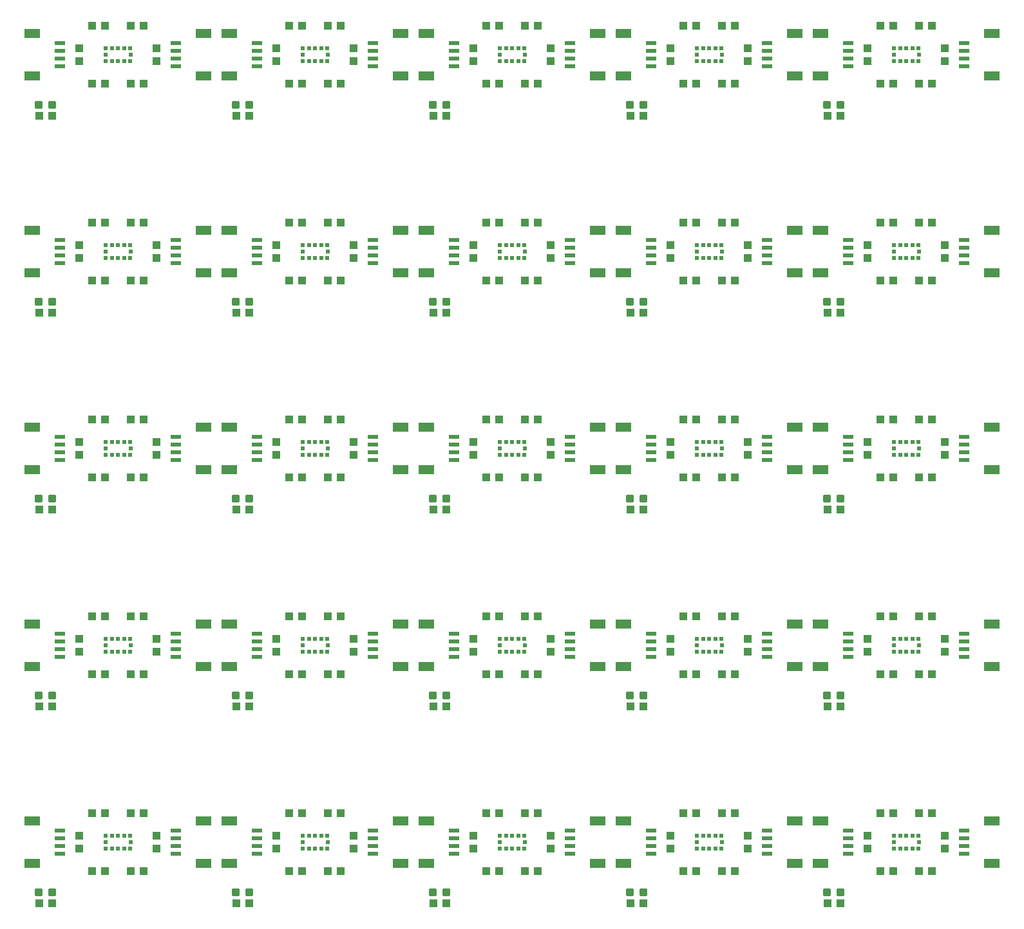
<source format=gtp>
G75*
%MOIN*%
%OFA0B0*%
%FSLAX25Y25*%
%IPPOS*%
%LPD*%
%AMOC8*
5,1,8,0,0,1.08239X$1,22.5*
%
%ADD10R,0.04331X0.03937*%
%ADD11R,0.07874X0.04724*%
%ADD12R,0.05315X0.02362*%
%ADD13R,0.03937X0.04331*%
%ADD14R,0.01969X0.02362*%
%ADD15R,0.02362X0.01969*%
%ADD16C,0.01181*%
D10*
X0042495Y0047250D03*
X0049188Y0047250D03*
X0069995Y0063750D03*
X0076688Y0063750D03*
X0089995Y0063750D03*
X0096688Y0063750D03*
X0096688Y0093750D03*
X0089995Y0093750D03*
X0076688Y0093750D03*
X0069995Y0093750D03*
X0049188Y0149250D03*
X0042495Y0149250D03*
X0069995Y0165750D03*
X0076688Y0165750D03*
X0089995Y0165750D03*
X0096688Y0165750D03*
X0096688Y0195750D03*
X0089995Y0195750D03*
X0076688Y0195750D03*
X0069995Y0195750D03*
X0049188Y0251250D03*
X0042495Y0251250D03*
X0069995Y0267750D03*
X0076688Y0267750D03*
X0089995Y0267750D03*
X0096688Y0267750D03*
X0096688Y0297750D03*
X0089995Y0297750D03*
X0076688Y0297750D03*
X0069995Y0297750D03*
X0049188Y0353250D03*
X0042495Y0353250D03*
X0069995Y0369750D03*
X0076688Y0369750D03*
X0089995Y0369750D03*
X0096688Y0369750D03*
X0096688Y0399750D03*
X0089995Y0399750D03*
X0076688Y0399750D03*
X0069995Y0399750D03*
X0049188Y0455250D03*
X0042495Y0455250D03*
X0069995Y0471750D03*
X0076688Y0471750D03*
X0089995Y0471750D03*
X0096688Y0471750D03*
X0096688Y0501750D03*
X0089995Y0501750D03*
X0076688Y0501750D03*
X0069995Y0501750D03*
X0144495Y0455250D03*
X0151188Y0455250D03*
X0171995Y0471750D03*
X0178688Y0471750D03*
X0191995Y0471750D03*
X0198688Y0471750D03*
X0198688Y0501750D03*
X0191995Y0501750D03*
X0178688Y0501750D03*
X0171995Y0501750D03*
X0246495Y0455250D03*
X0253188Y0455250D03*
X0273995Y0471750D03*
X0280688Y0471750D03*
X0293995Y0471750D03*
X0300688Y0471750D03*
X0300688Y0501750D03*
X0293995Y0501750D03*
X0280688Y0501750D03*
X0273995Y0501750D03*
X0348495Y0455250D03*
X0355188Y0455250D03*
X0375995Y0471750D03*
X0382688Y0471750D03*
X0395995Y0471750D03*
X0402688Y0471750D03*
X0402688Y0501750D03*
X0395995Y0501750D03*
X0382688Y0501750D03*
X0375995Y0501750D03*
X0450495Y0455250D03*
X0457188Y0455250D03*
X0477995Y0471750D03*
X0484688Y0471750D03*
X0497995Y0471750D03*
X0504688Y0471750D03*
X0504688Y0501750D03*
X0497995Y0501750D03*
X0484688Y0501750D03*
X0477995Y0501750D03*
X0477995Y0399750D03*
X0484688Y0399750D03*
X0497995Y0399750D03*
X0504688Y0399750D03*
X0504688Y0369750D03*
X0497995Y0369750D03*
X0484688Y0369750D03*
X0477995Y0369750D03*
X0457188Y0353250D03*
X0450495Y0353250D03*
X0402688Y0369750D03*
X0395995Y0369750D03*
X0382688Y0369750D03*
X0375995Y0369750D03*
X0355188Y0353250D03*
X0348495Y0353250D03*
X0300688Y0369750D03*
X0293995Y0369750D03*
X0280688Y0369750D03*
X0273995Y0369750D03*
X0253188Y0353250D03*
X0246495Y0353250D03*
X0198688Y0369750D03*
X0191995Y0369750D03*
X0178688Y0369750D03*
X0171995Y0369750D03*
X0151188Y0353250D03*
X0144495Y0353250D03*
X0171995Y0399750D03*
X0178688Y0399750D03*
X0191995Y0399750D03*
X0198688Y0399750D03*
X0273995Y0399750D03*
X0280688Y0399750D03*
X0293995Y0399750D03*
X0300688Y0399750D03*
X0375995Y0399750D03*
X0382688Y0399750D03*
X0395995Y0399750D03*
X0402688Y0399750D03*
X0402688Y0297750D03*
X0395995Y0297750D03*
X0382688Y0297750D03*
X0375995Y0297750D03*
X0375995Y0267750D03*
X0382688Y0267750D03*
X0395995Y0267750D03*
X0402688Y0267750D03*
X0355188Y0251250D03*
X0348495Y0251250D03*
X0300688Y0267750D03*
X0293995Y0267750D03*
X0280688Y0267750D03*
X0273995Y0267750D03*
X0253188Y0251250D03*
X0246495Y0251250D03*
X0198688Y0267750D03*
X0191995Y0267750D03*
X0178688Y0267750D03*
X0171995Y0267750D03*
X0151188Y0251250D03*
X0144495Y0251250D03*
X0171995Y0297750D03*
X0178688Y0297750D03*
X0191995Y0297750D03*
X0198688Y0297750D03*
X0273995Y0297750D03*
X0280688Y0297750D03*
X0293995Y0297750D03*
X0300688Y0297750D03*
X0300688Y0195750D03*
X0293995Y0195750D03*
X0280688Y0195750D03*
X0273995Y0195750D03*
X0273995Y0165750D03*
X0280688Y0165750D03*
X0293995Y0165750D03*
X0300688Y0165750D03*
X0253188Y0149250D03*
X0246495Y0149250D03*
X0198688Y0165750D03*
X0191995Y0165750D03*
X0178688Y0165750D03*
X0171995Y0165750D03*
X0151188Y0149250D03*
X0144495Y0149250D03*
X0171995Y0195750D03*
X0178688Y0195750D03*
X0191995Y0195750D03*
X0198688Y0195750D03*
X0198688Y0093750D03*
X0191995Y0093750D03*
X0178688Y0093750D03*
X0171995Y0093750D03*
X0171995Y0063750D03*
X0178688Y0063750D03*
X0191995Y0063750D03*
X0198688Y0063750D03*
X0151188Y0047250D03*
X0144495Y0047250D03*
X0246495Y0047250D03*
X0253188Y0047250D03*
X0273995Y0063750D03*
X0280688Y0063750D03*
X0293995Y0063750D03*
X0300688Y0063750D03*
X0300688Y0093750D03*
X0293995Y0093750D03*
X0280688Y0093750D03*
X0273995Y0093750D03*
X0348495Y0047250D03*
X0355188Y0047250D03*
X0375995Y0063750D03*
X0382688Y0063750D03*
X0395995Y0063750D03*
X0402688Y0063750D03*
X0402688Y0093750D03*
X0395995Y0093750D03*
X0382688Y0093750D03*
X0375995Y0093750D03*
X0355188Y0149250D03*
X0348495Y0149250D03*
X0375995Y0165750D03*
X0382688Y0165750D03*
X0395995Y0165750D03*
X0402688Y0165750D03*
X0402688Y0195750D03*
X0395995Y0195750D03*
X0382688Y0195750D03*
X0375995Y0195750D03*
X0450495Y0149250D03*
X0457188Y0149250D03*
X0477995Y0165750D03*
X0484688Y0165750D03*
X0497995Y0165750D03*
X0504688Y0165750D03*
X0504688Y0195750D03*
X0497995Y0195750D03*
X0484688Y0195750D03*
X0477995Y0195750D03*
X0457188Y0251250D03*
X0450495Y0251250D03*
X0477995Y0267750D03*
X0484688Y0267750D03*
X0497995Y0267750D03*
X0504688Y0267750D03*
X0504688Y0297750D03*
X0497995Y0297750D03*
X0484688Y0297750D03*
X0477995Y0297750D03*
X0477995Y0093750D03*
X0484688Y0093750D03*
X0497995Y0093750D03*
X0504688Y0093750D03*
X0504688Y0063750D03*
X0497995Y0063750D03*
X0484688Y0063750D03*
X0477995Y0063750D03*
X0457188Y0047250D03*
X0450495Y0047250D03*
D11*
X0446873Y0067726D03*
X0433810Y0067726D03*
X0433810Y0089774D03*
X0446873Y0089774D03*
X0446873Y0169726D03*
X0433810Y0169726D03*
X0433810Y0191774D03*
X0446873Y0191774D03*
X0446873Y0271726D03*
X0433810Y0271726D03*
X0433810Y0293774D03*
X0446873Y0293774D03*
X0446873Y0373726D03*
X0433810Y0373726D03*
X0433810Y0395774D03*
X0446873Y0395774D03*
X0446873Y0475726D03*
X0433810Y0475726D03*
X0433810Y0497774D03*
X0446873Y0497774D03*
X0535810Y0497774D03*
X0535810Y0475726D03*
X0535810Y0395774D03*
X0535810Y0373726D03*
X0535810Y0293774D03*
X0535810Y0271726D03*
X0535810Y0191774D03*
X0535810Y0169726D03*
X0535810Y0089774D03*
X0535810Y0067726D03*
X0344873Y0067726D03*
X0331810Y0067726D03*
X0331810Y0089774D03*
X0344873Y0089774D03*
X0344873Y0169726D03*
X0331810Y0169726D03*
X0331810Y0191774D03*
X0344873Y0191774D03*
X0344873Y0271726D03*
X0331810Y0271726D03*
X0331810Y0293774D03*
X0344873Y0293774D03*
X0344873Y0373726D03*
X0331810Y0373726D03*
X0331810Y0395774D03*
X0344873Y0395774D03*
X0344873Y0475726D03*
X0331810Y0475726D03*
X0331810Y0497774D03*
X0344873Y0497774D03*
X0242873Y0497774D03*
X0229810Y0497774D03*
X0229810Y0475726D03*
X0242873Y0475726D03*
X0242873Y0395774D03*
X0229810Y0395774D03*
X0229810Y0373726D03*
X0242873Y0373726D03*
X0242873Y0293774D03*
X0229810Y0293774D03*
X0229810Y0271726D03*
X0242873Y0271726D03*
X0242873Y0191774D03*
X0229810Y0191774D03*
X0229810Y0169726D03*
X0242873Y0169726D03*
X0242873Y0089774D03*
X0229810Y0089774D03*
X0229810Y0067726D03*
X0242873Y0067726D03*
X0140873Y0067726D03*
X0127810Y0067726D03*
X0127810Y0089774D03*
X0140873Y0089774D03*
X0140873Y0169726D03*
X0127810Y0169726D03*
X0127810Y0191774D03*
X0140873Y0191774D03*
X0140873Y0271726D03*
X0127810Y0271726D03*
X0127810Y0293774D03*
X0140873Y0293774D03*
X0140873Y0373726D03*
X0127810Y0373726D03*
X0127810Y0395774D03*
X0140873Y0395774D03*
X0140873Y0475726D03*
X0127810Y0475726D03*
X0127810Y0497774D03*
X0140873Y0497774D03*
X0038873Y0497774D03*
X0038873Y0475726D03*
X0038873Y0395774D03*
X0038873Y0373726D03*
X0038873Y0293774D03*
X0038873Y0271726D03*
X0038873Y0191774D03*
X0038873Y0169726D03*
X0038873Y0089774D03*
X0038873Y0067726D03*
D12*
X0053342Y0072844D03*
X0053342Y0076781D03*
X0053342Y0080719D03*
X0053342Y0084656D03*
X0113342Y0084656D03*
X0113342Y0080719D03*
X0113342Y0076781D03*
X0113342Y0072844D03*
X0155342Y0072844D03*
X0155342Y0076781D03*
X0155342Y0080719D03*
X0155342Y0084656D03*
X0215342Y0084656D03*
X0215342Y0080719D03*
X0215342Y0076781D03*
X0215342Y0072844D03*
X0257342Y0072844D03*
X0257342Y0076781D03*
X0257342Y0080719D03*
X0257342Y0084656D03*
X0317342Y0084656D03*
X0317342Y0080719D03*
X0317342Y0076781D03*
X0317342Y0072844D03*
X0359342Y0072844D03*
X0359342Y0076781D03*
X0359342Y0080719D03*
X0359342Y0084656D03*
X0419342Y0084656D03*
X0419342Y0080719D03*
X0419342Y0076781D03*
X0419342Y0072844D03*
X0461342Y0072844D03*
X0461342Y0076781D03*
X0461342Y0080719D03*
X0461342Y0084656D03*
X0521342Y0084656D03*
X0521342Y0080719D03*
X0521342Y0076781D03*
X0521342Y0072844D03*
X0521342Y0174844D03*
X0521342Y0178781D03*
X0521342Y0182719D03*
X0521342Y0186656D03*
X0461342Y0186656D03*
X0461342Y0182719D03*
X0461342Y0178781D03*
X0461342Y0174844D03*
X0419342Y0174844D03*
X0419342Y0178781D03*
X0419342Y0182719D03*
X0419342Y0186656D03*
X0359342Y0186656D03*
X0359342Y0182719D03*
X0359342Y0178781D03*
X0359342Y0174844D03*
X0317342Y0174844D03*
X0317342Y0178781D03*
X0317342Y0182719D03*
X0317342Y0186656D03*
X0257342Y0186656D03*
X0257342Y0182719D03*
X0257342Y0178781D03*
X0257342Y0174844D03*
X0215342Y0174844D03*
X0215342Y0178781D03*
X0215342Y0182719D03*
X0215342Y0186656D03*
X0155342Y0186656D03*
X0155342Y0182719D03*
X0155342Y0178781D03*
X0155342Y0174844D03*
X0113342Y0174844D03*
X0113342Y0178781D03*
X0113342Y0182719D03*
X0113342Y0186656D03*
X0053342Y0186656D03*
X0053342Y0182719D03*
X0053342Y0178781D03*
X0053342Y0174844D03*
X0053342Y0276844D03*
X0053342Y0280781D03*
X0053342Y0284719D03*
X0053342Y0288656D03*
X0113342Y0288656D03*
X0113342Y0284719D03*
X0113342Y0280781D03*
X0113342Y0276844D03*
X0155342Y0276844D03*
X0155342Y0280781D03*
X0155342Y0284719D03*
X0155342Y0288656D03*
X0215342Y0288656D03*
X0215342Y0284719D03*
X0215342Y0280781D03*
X0215342Y0276844D03*
X0257342Y0276844D03*
X0257342Y0280781D03*
X0257342Y0284719D03*
X0257342Y0288656D03*
X0317342Y0288656D03*
X0317342Y0284719D03*
X0317342Y0280781D03*
X0317342Y0276844D03*
X0359342Y0276844D03*
X0359342Y0280781D03*
X0359342Y0284719D03*
X0359342Y0288656D03*
X0419342Y0288656D03*
X0419342Y0284719D03*
X0419342Y0280781D03*
X0419342Y0276844D03*
X0461342Y0276844D03*
X0461342Y0280781D03*
X0461342Y0284719D03*
X0461342Y0288656D03*
X0521342Y0288656D03*
X0521342Y0284719D03*
X0521342Y0280781D03*
X0521342Y0276844D03*
X0521342Y0378844D03*
X0521342Y0382781D03*
X0521342Y0386719D03*
X0521342Y0390656D03*
X0461342Y0390656D03*
X0461342Y0386719D03*
X0461342Y0382781D03*
X0461342Y0378844D03*
X0419342Y0378844D03*
X0419342Y0382781D03*
X0419342Y0386719D03*
X0419342Y0390656D03*
X0359342Y0390656D03*
X0359342Y0386719D03*
X0359342Y0382781D03*
X0359342Y0378844D03*
X0317342Y0378844D03*
X0317342Y0382781D03*
X0317342Y0386719D03*
X0317342Y0390656D03*
X0257342Y0390656D03*
X0257342Y0386719D03*
X0257342Y0382781D03*
X0257342Y0378844D03*
X0215342Y0378844D03*
X0215342Y0382781D03*
X0215342Y0386719D03*
X0215342Y0390656D03*
X0155342Y0390656D03*
X0155342Y0386719D03*
X0155342Y0382781D03*
X0155342Y0378844D03*
X0113342Y0378844D03*
X0113342Y0382781D03*
X0113342Y0386719D03*
X0113342Y0390656D03*
X0053342Y0390656D03*
X0053342Y0386719D03*
X0053342Y0382781D03*
X0053342Y0378844D03*
X0053342Y0480844D03*
X0053342Y0484781D03*
X0053342Y0488719D03*
X0053342Y0492656D03*
X0113342Y0492656D03*
X0113342Y0488719D03*
X0113342Y0484781D03*
X0113342Y0480844D03*
X0155342Y0480844D03*
X0155342Y0484781D03*
X0155342Y0488719D03*
X0155342Y0492656D03*
X0215342Y0492656D03*
X0215342Y0488719D03*
X0215342Y0484781D03*
X0215342Y0480844D03*
X0257342Y0480844D03*
X0257342Y0484781D03*
X0257342Y0488719D03*
X0257342Y0492656D03*
X0317342Y0492656D03*
X0317342Y0488719D03*
X0317342Y0484781D03*
X0317342Y0480844D03*
X0359342Y0480844D03*
X0359342Y0484781D03*
X0359342Y0488719D03*
X0359342Y0492656D03*
X0419342Y0492656D03*
X0419342Y0488719D03*
X0419342Y0484781D03*
X0419342Y0480844D03*
X0461342Y0480844D03*
X0461342Y0484781D03*
X0461342Y0488719D03*
X0461342Y0492656D03*
X0521342Y0492656D03*
X0521342Y0488719D03*
X0521342Y0484781D03*
X0521342Y0480844D03*
D13*
X0511342Y0483404D03*
X0511342Y0490096D03*
X0471342Y0490096D03*
X0471342Y0483404D03*
X0409342Y0483404D03*
X0409342Y0490096D03*
X0369342Y0490096D03*
X0369342Y0483404D03*
X0307342Y0483404D03*
X0307342Y0490096D03*
X0267342Y0490096D03*
X0267342Y0483404D03*
X0205342Y0483404D03*
X0205342Y0490096D03*
X0165342Y0490096D03*
X0165342Y0483404D03*
X0103342Y0483404D03*
X0103342Y0490096D03*
X0063342Y0490096D03*
X0063342Y0483404D03*
X0063342Y0388096D03*
X0063342Y0381404D03*
X0103342Y0381404D03*
X0103342Y0388096D03*
X0165342Y0388096D03*
X0165342Y0381404D03*
X0205342Y0381404D03*
X0205342Y0388096D03*
X0267342Y0388096D03*
X0267342Y0381404D03*
X0307342Y0381404D03*
X0307342Y0388096D03*
X0369342Y0388096D03*
X0369342Y0381404D03*
X0409342Y0381404D03*
X0409342Y0388096D03*
X0471342Y0388096D03*
X0471342Y0381404D03*
X0511342Y0381404D03*
X0511342Y0388096D03*
X0511342Y0286096D03*
X0511342Y0279404D03*
X0471342Y0279404D03*
X0471342Y0286096D03*
X0409342Y0286096D03*
X0409342Y0279404D03*
X0369342Y0279404D03*
X0369342Y0286096D03*
X0307342Y0286096D03*
X0307342Y0279404D03*
X0267342Y0279404D03*
X0267342Y0286096D03*
X0205342Y0286096D03*
X0205342Y0279404D03*
X0165342Y0279404D03*
X0165342Y0286096D03*
X0103342Y0286096D03*
X0103342Y0279404D03*
X0063342Y0279404D03*
X0063342Y0286096D03*
X0063342Y0184096D03*
X0063342Y0177404D03*
X0103342Y0177404D03*
X0103342Y0184096D03*
X0165342Y0184096D03*
X0165342Y0177404D03*
X0205342Y0177404D03*
X0205342Y0184096D03*
X0267342Y0184096D03*
X0267342Y0177404D03*
X0307342Y0177404D03*
X0307342Y0184096D03*
X0369342Y0184096D03*
X0369342Y0177404D03*
X0409342Y0177404D03*
X0409342Y0184096D03*
X0471342Y0184096D03*
X0471342Y0177404D03*
X0511342Y0177404D03*
X0511342Y0184096D03*
X0511342Y0082096D03*
X0511342Y0075404D03*
X0471342Y0075404D03*
X0471342Y0082096D03*
X0409342Y0082096D03*
X0409342Y0075404D03*
X0369342Y0075404D03*
X0369342Y0082096D03*
X0307342Y0082096D03*
X0307342Y0075404D03*
X0267342Y0075404D03*
X0267342Y0082096D03*
X0205342Y0082096D03*
X0205342Y0075404D03*
X0165342Y0075404D03*
X0165342Y0082096D03*
X0103342Y0082096D03*
X0103342Y0075404D03*
X0063342Y0075404D03*
X0063342Y0082096D03*
D14*
X0077043Y0082096D03*
X0080192Y0082096D03*
X0083342Y0082096D03*
X0086491Y0082096D03*
X0089641Y0082096D03*
X0089641Y0075404D03*
X0086491Y0075404D03*
X0083342Y0075404D03*
X0080192Y0075404D03*
X0077043Y0075404D03*
X0179043Y0075404D03*
X0182192Y0075404D03*
X0185342Y0075404D03*
X0188491Y0075404D03*
X0191641Y0075404D03*
X0191641Y0082096D03*
X0188491Y0082096D03*
X0185342Y0082096D03*
X0182192Y0082096D03*
X0179043Y0082096D03*
X0179043Y0177404D03*
X0182192Y0177404D03*
X0185342Y0177404D03*
X0188491Y0177404D03*
X0191641Y0177404D03*
X0191641Y0184096D03*
X0188491Y0184096D03*
X0185342Y0184096D03*
X0182192Y0184096D03*
X0179043Y0184096D03*
X0089641Y0184096D03*
X0086491Y0184096D03*
X0083342Y0184096D03*
X0080192Y0184096D03*
X0077043Y0184096D03*
X0077043Y0177404D03*
X0080192Y0177404D03*
X0083342Y0177404D03*
X0086491Y0177404D03*
X0089641Y0177404D03*
X0089641Y0279404D03*
X0086491Y0279404D03*
X0083342Y0279404D03*
X0080192Y0279404D03*
X0077043Y0279404D03*
X0077043Y0286096D03*
X0080192Y0286096D03*
X0083342Y0286096D03*
X0086491Y0286096D03*
X0089641Y0286096D03*
X0179043Y0286096D03*
X0182192Y0286096D03*
X0185342Y0286096D03*
X0188491Y0286096D03*
X0191641Y0286096D03*
X0191641Y0279404D03*
X0188491Y0279404D03*
X0185342Y0279404D03*
X0182192Y0279404D03*
X0179043Y0279404D03*
X0281043Y0279404D03*
X0284192Y0279404D03*
X0287342Y0279404D03*
X0290491Y0279404D03*
X0293641Y0279404D03*
X0293641Y0286096D03*
X0290491Y0286096D03*
X0287342Y0286096D03*
X0284192Y0286096D03*
X0281043Y0286096D03*
X0281043Y0381404D03*
X0284192Y0381404D03*
X0287342Y0381404D03*
X0290491Y0381404D03*
X0293641Y0381404D03*
X0293641Y0388096D03*
X0290491Y0388096D03*
X0287342Y0388096D03*
X0284192Y0388096D03*
X0281043Y0388096D03*
X0191641Y0388096D03*
X0188491Y0388096D03*
X0185342Y0388096D03*
X0182192Y0388096D03*
X0179043Y0388096D03*
X0179043Y0381404D03*
X0182192Y0381404D03*
X0185342Y0381404D03*
X0188491Y0381404D03*
X0191641Y0381404D03*
X0191641Y0483404D03*
X0188491Y0483404D03*
X0185342Y0483404D03*
X0182192Y0483404D03*
X0179043Y0483404D03*
X0179043Y0490096D03*
X0182192Y0490096D03*
X0185342Y0490096D03*
X0188491Y0490096D03*
X0191641Y0490096D03*
X0281043Y0490096D03*
X0284192Y0490096D03*
X0287342Y0490096D03*
X0290491Y0490096D03*
X0293641Y0490096D03*
X0293641Y0483404D03*
X0290491Y0483404D03*
X0287342Y0483404D03*
X0284192Y0483404D03*
X0281043Y0483404D03*
X0383043Y0483404D03*
X0386192Y0483404D03*
X0389342Y0483404D03*
X0392491Y0483404D03*
X0395641Y0483404D03*
X0395641Y0490096D03*
X0392491Y0490096D03*
X0389342Y0490096D03*
X0386192Y0490096D03*
X0383043Y0490096D03*
X0383043Y0388096D03*
X0386192Y0388096D03*
X0389342Y0388096D03*
X0392491Y0388096D03*
X0395641Y0388096D03*
X0395641Y0381404D03*
X0392491Y0381404D03*
X0389342Y0381404D03*
X0386192Y0381404D03*
X0383043Y0381404D03*
X0383043Y0286096D03*
X0386192Y0286096D03*
X0389342Y0286096D03*
X0392491Y0286096D03*
X0395641Y0286096D03*
X0395641Y0279404D03*
X0392491Y0279404D03*
X0389342Y0279404D03*
X0386192Y0279404D03*
X0383043Y0279404D03*
X0383043Y0184096D03*
X0386192Y0184096D03*
X0389342Y0184096D03*
X0392491Y0184096D03*
X0395641Y0184096D03*
X0395641Y0177404D03*
X0392491Y0177404D03*
X0389342Y0177404D03*
X0386192Y0177404D03*
X0383043Y0177404D03*
X0293641Y0177404D03*
X0290491Y0177404D03*
X0287342Y0177404D03*
X0284192Y0177404D03*
X0281043Y0177404D03*
X0281043Y0184096D03*
X0284192Y0184096D03*
X0287342Y0184096D03*
X0290491Y0184096D03*
X0293641Y0184096D03*
X0293641Y0082096D03*
X0290491Y0082096D03*
X0287342Y0082096D03*
X0284192Y0082096D03*
X0281043Y0082096D03*
X0281043Y0075404D03*
X0284192Y0075404D03*
X0287342Y0075404D03*
X0290491Y0075404D03*
X0293641Y0075404D03*
X0383043Y0075404D03*
X0386192Y0075404D03*
X0389342Y0075404D03*
X0392491Y0075404D03*
X0395641Y0075404D03*
X0395641Y0082096D03*
X0392491Y0082096D03*
X0389342Y0082096D03*
X0386192Y0082096D03*
X0383043Y0082096D03*
X0485043Y0082096D03*
X0488192Y0082096D03*
X0491342Y0082096D03*
X0494491Y0082096D03*
X0497641Y0082096D03*
X0497641Y0075404D03*
X0494491Y0075404D03*
X0491342Y0075404D03*
X0488192Y0075404D03*
X0485043Y0075404D03*
X0485043Y0177404D03*
X0488192Y0177404D03*
X0491342Y0177404D03*
X0494491Y0177404D03*
X0497641Y0177404D03*
X0497641Y0184096D03*
X0494491Y0184096D03*
X0491342Y0184096D03*
X0488192Y0184096D03*
X0485043Y0184096D03*
X0485043Y0279404D03*
X0488192Y0279404D03*
X0491342Y0279404D03*
X0494491Y0279404D03*
X0497641Y0279404D03*
X0497641Y0286096D03*
X0494491Y0286096D03*
X0491342Y0286096D03*
X0488192Y0286096D03*
X0485043Y0286096D03*
X0485043Y0381404D03*
X0488192Y0381404D03*
X0491342Y0381404D03*
X0494491Y0381404D03*
X0497641Y0381404D03*
X0497641Y0388096D03*
X0494491Y0388096D03*
X0491342Y0388096D03*
X0488192Y0388096D03*
X0485043Y0388096D03*
X0485043Y0483404D03*
X0488192Y0483404D03*
X0491342Y0483404D03*
X0494491Y0483404D03*
X0497641Y0483404D03*
X0497641Y0490096D03*
X0494491Y0490096D03*
X0491342Y0490096D03*
X0488192Y0490096D03*
X0485043Y0490096D03*
X0089641Y0490096D03*
X0086491Y0490096D03*
X0083342Y0490096D03*
X0080192Y0490096D03*
X0077043Y0490096D03*
X0077043Y0483404D03*
X0080192Y0483404D03*
X0083342Y0483404D03*
X0086491Y0483404D03*
X0089641Y0483404D03*
X0089641Y0388096D03*
X0086491Y0388096D03*
X0083342Y0388096D03*
X0080192Y0388096D03*
X0077043Y0388096D03*
X0077043Y0381404D03*
X0080192Y0381404D03*
X0083342Y0381404D03*
X0086491Y0381404D03*
X0089641Y0381404D03*
D15*
X0089838Y0384750D03*
X0076846Y0384750D03*
X0178846Y0384750D03*
X0191838Y0384750D03*
X0280846Y0384750D03*
X0293838Y0384750D03*
X0382846Y0384750D03*
X0395838Y0384750D03*
X0484846Y0384750D03*
X0497838Y0384750D03*
X0497838Y0282750D03*
X0484846Y0282750D03*
X0395838Y0282750D03*
X0382846Y0282750D03*
X0293838Y0282750D03*
X0280846Y0282750D03*
X0191838Y0282750D03*
X0178846Y0282750D03*
X0089838Y0282750D03*
X0076846Y0282750D03*
X0076846Y0180750D03*
X0089838Y0180750D03*
X0178846Y0180750D03*
X0191838Y0180750D03*
X0280846Y0180750D03*
X0293838Y0180750D03*
X0382846Y0180750D03*
X0395838Y0180750D03*
X0484846Y0180750D03*
X0497838Y0180750D03*
X0497838Y0078750D03*
X0484846Y0078750D03*
X0395838Y0078750D03*
X0382846Y0078750D03*
X0293838Y0078750D03*
X0280846Y0078750D03*
X0191838Y0078750D03*
X0178846Y0078750D03*
X0089838Y0078750D03*
X0076846Y0078750D03*
X0076846Y0486750D03*
X0089838Y0486750D03*
X0178846Y0486750D03*
X0191838Y0486750D03*
X0280846Y0486750D03*
X0293838Y0486750D03*
X0382846Y0486750D03*
X0395838Y0486750D03*
X0484846Y0486750D03*
X0497838Y0486750D03*
D16*
X0455917Y0462128D02*
X0455917Y0459372D01*
X0455917Y0462128D02*
X0458673Y0462128D01*
X0458673Y0459372D01*
X0455917Y0459372D01*
X0455917Y0460494D02*
X0458673Y0460494D01*
X0458673Y0461616D02*
X0455917Y0461616D01*
X0449011Y0462128D02*
X0449011Y0459372D01*
X0449011Y0462128D02*
X0451767Y0462128D01*
X0451767Y0459372D01*
X0449011Y0459372D01*
X0449011Y0460494D02*
X0451767Y0460494D01*
X0451767Y0461616D02*
X0449011Y0461616D01*
X0353917Y0462128D02*
X0353917Y0459372D01*
X0353917Y0462128D02*
X0356673Y0462128D01*
X0356673Y0459372D01*
X0353917Y0459372D01*
X0353917Y0460494D02*
X0356673Y0460494D01*
X0356673Y0461616D02*
X0353917Y0461616D01*
X0347011Y0462128D02*
X0347011Y0459372D01*
X0347011Y0462128D02*
X0349767Y0462128D01*
X0349767Y0459372D01*
X0347011Y0459372D01*
X0347011Y0460494D02*
X0349767Y0460494D01*
X0349767Y0461616D02*
X0347011Y0461616D01*
X0251917Y0462128D02*
X0251917Y0459372D01*
X0251917Y0462128D02*
X0254673Y0462128D01*
X0254673Y0459372D01*
X0251917Y0459372D01*
X0251917Y0460494D02*
X0254673Y0460494D01*
X0254673Y0461616D02*
X0251917Y0461616D01*
X0245011Y0462128D02*
X0245011Y0459372D01*
X0245011Y0462128D02*
X0247767Y0462128D01*
X0247767Y0459372D01*
X0245011Y0459372D01*
X0245011Y0460494D02*
X0247767Y0460494D01*
X0247767Y0461616D02*
X0245011Y0461616D01*
X0149917Y0462128D02*
X0149917Y0459372D01*
X0149917Y0462128D02*
X0152673Y0462128D01*
X0152673Y0459372D01*
X0149917Y0459372D01*
X0149917Y0460494D02*
X0152673Y0460494D01*
X0152673Y0461616D02*
X0149917Y0461616D01*
X0143011Y0462128D02*
X0143011Y0459372D01*
X0143011Y0462128D02*
X0145767Y0462128D01*
X0145767Y0459372D01*
X0143011Y0459372D01*
X0143011Y0460494D02*
X0145767Y0460494D01*
X0145767Y0461616D02*
X0143011Y0461616D01*
X0047917Y0462128D02*
X0047917Y0459372D01*
X0047917Y0462128D02*
X0050673Y0462128D01*
X0050673Y0459372D01*
X0047917Y0459372D01*
X0047917Y0460494D02*
X0050673Y0460494D01*
X0050673Y0461616D02*
X0047917Y0461616D01*
X0041011Y0462128D02*
X0041011Y0459372D01*
X0041011Y0462128D02*
X0043767Y0462128D01*
X0043767Y0459372D01*
X0041011Y0459372D01*
X0041011Y0460494D02*
X0043767Y0460494D01*
X0043767Y0461616D02*
X0041011Y0461616D01*
X0041011Y0360128D02*
X0041011Y0357372D01*
X0041011Y0360128D02*
X0043767Y0360128D01*
X0043767Y0357372D01*
X0041011Y0357372D01*
X0041011Y0358494D02*
X0043767Y0358494D01*
X0043767Y0359616D02*
X0041011Y0359616D01*
X0047917Y0360128D02*
X0047917Y0357372D01*
X0047917Y0360128D02*
X0050673Y0360128D01*
X0050673Y0357372D01*
X0047917Y0357372D01*
X0047917Y0358494D02*
X0050673Y0358494D01*
X0050673Y0359616D02*
X0047917Y0359616D01*
X0143011Y0360128D02*
X0143011Y0357372D01*
X0143011Y0360128D02*
X0145767Y0360128D01*
X0145767Y0357372D01*
X0143011Y0357372D01*
X0143011Y0358494D02*
X0145767Y0358494D01*
X0145767Y0359616D02*
X0143011Y0359616D01*
X0149917Y0360128D02*
X0149917Y0357372D01*
X0149917Y0360128D02*
X0152673Y0360128D01*
X0152673Y0357372D01*
X0149917Y0357372D01*
X0149917Y0358494D02*
X0152673Y0358494D01*
X0152673Y0359616D02*
X0149917Y0359616D01*
X0245011Y0360128D02*
X0245011Y0357372D01*
X0245011Y0360128D02*
X0247767Y0360128D01*
X0247767Y0357372D01*
X0245011Y0357372D01*
X0245011Y0358494D02*
X0247767Y0358494D01*
X0247767Y0359616D02*
X0245011Y0359616D01*
X0251917Y0360128D02*
X0251917Y0357372D01*
X0251917Y0360128D02*
X0254673Y0360128D01*
X0254673Y0357372D01*
X0251917Y0357372D01*
X0251917Y0358494D02*
X0254673Y0358494D01*
X0254673Y0359616D02*
X0251917Y0359616D01*
X0347011Y0360128D02*
X0347011Y0357372D01*
X0347011Y0360128D02*
X0349767Y0360128D01*
X0349767Y0357372D01*
X0347011Y0357372D01*
X0347011Y0358494D02*
X0349767Y0358494D01*
X0349767Y0359616D02*
X0347011Y0359616D01*
X0353917Y0360128D02*
X0353917Y0357372D01*
X0353917Y0360128D02*
X0356673Y0360128D01*
X0356673Y0357372D01*
X0353917Y0357372D01*
X0353917Y0358494D02*
X0356673Y0358494D01*
X0356673Y0359616D02*
X0353917Y0359616D01*
X0449011Y0360128D02*
X0449011Y0357372D01*
X0449011Y0360128D02*
X0451767Y0360128D01*
X0451767Y0357372D01*
X0449011Y0357372D01*
X0449011Y0358494D02*
X0451767Y0358494D01*
X0451767Y0359616D02*
X0449011Y0359616D01*
X0455917Y0360128D02*
X0455917Y0357372D01*
X0455917Y0360128D02*
X0458673Y0360128D01*
X0458673Y0357372D01*
X0455917Y0357372D01*
X0455917Y0358494D02*
X0458673Y0358494D01*
X0458673Y0359616D02*
X0455917Y0359616D01*
X0455917Y0258128D02*
X0455917Y0255372D01*
X0455917Y0258128D02*
X0458673Y0258128D01*
X0458673Y0255372D01*
X0455917Y0255372D01*
X0455917Y0256494D02*
X0458673Y0256494D01*
X0458673Y0257616D02*
X0455917Y0257616D01*
X0449011Y0258128D02*
X0449011Y0255372D01*
X0449011Y0258128D02*
X0451767Y0258128D01*
X0451767Y0255372D01*
X0449011Y0255372D01*
X0449011Y0256494D02*
X0451767Y0256494D01*
X0451767Y0257616D02*
X0449011Y0257616D01*
X0353917Y0258128D02*
X0353917Y0255372D01*
X0353917Y0258128D02*
X0356673Y0258128D01*
X0356673Y0255372D01*
X0353917Y0255372D01*
X0353917Y0256494D02*
X0356673Y0256494D01*
X0356673Y0257616D02*
X0353917Y0257616D01*
X0347011Y0258128D02*
X0347011Y0255372D01*
X0347011Y0258128D02*
X0349767Y0258128D01*
X0349767Y0255372D01*
X0347011Y0255372D01*
X0347011Y0256494D02*
X0349767Y0256494D01*
X0349767Y0257616D02*
X0347011Y0257616D01*
X0251917Y0258128D02*
X0251917Y0255372D01*
X0251917Y0258128D02*
X0254673Y0258128D01*
X0254673Y0255372D01*
X0251917Y0255372D01*
X0251917Y0256494D02*
X0254673Y0256494D01*
X0254673Y0257616D02*
X0251917Y0257616D01*
X0245011Y0258128D02*
X0245011Y0255372D01*
X0245011Y0258128D02*
X0247767Y0258128D01*
X0247767Y0255372D01*
X0245011Y0255372D01*
X0245011Y0256494D02*
X0247767Y0256494D01*
X0247767Y0257616D02*
X0245011Y0257616D01*
X0149917Y0258128D02*
X0149917Y0255372D01*
X0149917Y0258128D02*
X0152673Y0258128D01*
X0152673Y0255372D01*
X0149917Y0255372D01*
X0149917Y0256494D02*
X0152673Y0256494D01*
X0152673Y0257616D02*
X0149917Y0257616D01*
X0143011Y0258128D02*
X0143011Y0255372D01*
X0143011Y0258128D02*
X0145767Y0258128D01*
X0145767Y0255372D01*
X0143011Y0255372D01*
X0143011Y0256494D02*
X0145767Y0256494D01*
X0145767Y0257616D02*
X0143011Y0257616D01*
X0047917Y0258128D02*
X0047917Y0255372D01*
X0047917Y0258128D02*
X0050673Y0258128D01*
X0050673Y0255372D01*
X0047917Y0255372D01*
X0047917Y0256494D02*
X0050673Y0256494D01*
X0050673Y0257616D02*
X0047917Y0257616D01*
X0041011Y0258128D02*
X0041011Y0255372D01*
X0041011Y0258128D02*
X0043767Y0258128D01*
X0043767Y0255372D01*
X0041011Y0255372D01*
X0041011Y0256494D02*
X0043767Y0256494D01*
X0043767Y0257616D02*
X0041011Y0257616D01*
X0041011Y0156128D02*
X0041011Y0153372D01*
X0041011Y0156128D02*
X0043767Y0156128D01*
X0043767Y0153372D01*
X0041011Y0153372D01*
X0041011Y0154494D02*
X0043767Y0154494D01*
X0043767Y0155616D02*
X0041011Y0155616D01*
X0047917Y0156128D02*
X0047917Y0153372D01*
X0047917Y0156128D02*
X0050673Y0156128D01*
X0050673Y0153372D01*
X0047917Y0153372D01*
X0047917Y0154494D02*
X0050673Y0154494D01*
X0050673Y0155616D02*
X0047917Y0155616D01*
X0143011Y0156128D02*
X0143011Y0153372D01*
X0143011Y0156128D02*
X0145767Y0156128D01*
X0145767Y0153372D01*
X0143011Y0153372D01*
X0143011Y0154494D02*
X0145767Y0154494D01*
X0145767Y0155616D02*
X0143011Y0155616D01*
X0149917Y0156128D02*
X0149917Y0153372D01*
X0149917Y0156128D02*
X0152673Y0156128D01*
X0152673Y0153372D01*
X0149917Y0153372D01*
X0149917Y0154494D02*
X0152673Y0154494D01*
X0152673Y0155616D02*
X0149917Y0155616D01*
X0245011Y0156128D02*
X0245011Y0153372D01*
X0245011Y0156128D02*
X0247767Y0156128D01*
X0247767Y0153372D01*
X0245011Y0153372D01*
X0245011Y0154494D02*
X0247767Y0154494D01*
X0247767Y0155616D02*
X0245011Y0155616D01*
X0251917Y0156128D02*
X0251917Y0153372D01*
X0251917Y0156128D02*
X0254673Y0156128D01*
X0254673Y0153372D01*
X0251917Y0153372D01*
X0251917Y0154494D02*
X0254673Y0154494D01*
X0254673Y0155616D02*
X0251917Y0155616D01*
X0347011Y0156128D02*
X0347011Y0153372D01*
X0347011Y0156128D02*
X0349767Y0156128D01*
X0349767Y0153372D01*
X0347011Y0153372D01*
X0347011Y0154494D02*
X0349767Y0154494D01*
X0349767Y0155616D02*
X0347011Y0155616D01*
X0353917Y0156128D02*
X0353917Y0153372D01*
X0353917Y0156128D02*
X0356673Y0156128D01*
X0356673Y0153372D01*
X0353917Y0153372D01*
X0353917Y0154494D02*
X0356673Y0154494D01*
X0356673Y0155616D02*
X0353917Y0155616D01*
X0449011Y0156128D02*
X0449011Y0153372D01*
X0449011Y0156128D02*
X0451767Y0156128D01*
X0451767Y0153372D01*
X0449011Y0153372D01*
X0449011Y0154494D02*
X0451767Y0154494D01*
X0451767Y0155616D02*
X0449011Y0155616D01*
X0455917Y0156128D02*
X0455917Y0153372D01*
X0455917Y0156128D02*
X0458673Y0156128D01*
X0458673Y0153372D01*
X0455917Y0153372D01*
X0455917Y0154494D02*
X0458673Y0154494D01*
X0458673Y0155616D02*
X0455917Y0155616D01*
X0455917Y0054128D02*
X0455917Y0051372D01*
X0455917Y0054128D02*
X0458673Y0054128D01*
X0458673Y0051372D01*
X0455917Y0051372D01*
X0455917Y0052494D02*
X0458673Y0052494D01*
X0458673Y0053616D02*
X0455917Y0053616D01*
X0449011Y0054128D02*
X0449011Y0051372D01*
X0449011Y0054128D02*
X0451767Y0054128D01*
X0451767Y0051372D01*
X0449011Y0051372D01*
X0449011Y0052494D02*
X0451767Y0052494D01*
X0451767Y0053616D02*
X0449011Y0053616D01*
X0353917Y0054128D02*
X0353917Y0051372D01*
X0353917Y0054128D02*
X0356673Y0054128D01*
X0356673Y0051372D01*
X0353917Y0051372D01*
X0353917Y0052494D02*
X0356673Y0052494D01*
X0356673Y0053616D02*
X0353917Y0053616D01*
X0347011Y0054128D02*
X0347011Y0051372D01*
X0347011Y0054128D02*
X0349767Y0054128D01*
X0349767Y0051372D01*
X0347011Y0051372D01*
X0347011Y0052494D02*
X0349767Y0052494D01*
X0349767Y0053616D02*
X0347011Y0053616D01*
X0251917Y0054128D02*
X0251917Y0051372D01*
X0251917Y0054128D02*
X0254673Y0054128D01*
X0254673Y0051372D01*
X0251917Y0051372D01*
X0251917Y0052494D02*
X0254673Y0052494D01*
X0254673Y0053616D02*
X0251917Y0053616D01*
X0245011Y0054128D02*
X0245011Y0051372D01*
X0245011Y0054128D02*
X0247767Y0054128D01*
X0247767Y0051372D01*
X0245011Y0051372D01*
X0245011Y0052494D02*
X0247767Y0052494D01*
X0247767Y0053616D02*
X0245011Y0053616D01*
X0149917Y0054128D02*
X0149917Y0051372D01*
X0149917Y0054128D02*
X0152673Y0054128D01*
X0152673Y0051372D01*
X0149917Y0051372D01*
X0149917Y0052494D02*
X0152673Y0052494D01*
X0152673Y0053616D02*
X0149917Y0053616D01*
X0143011Y0054128D02*
X0143011Y0051372D01*
X0143011Y0054128D02*
X0145767Y0054128D01*
X0145767Y0051372D01*
X0143011Y0051372D01*
X0143011Y0052494D02*
X0145767Y0052494D01*
X0145767Y0053616D02*
X0143011Y0053616D01*
X0047917Y0054128D02*
X0047917Y0051372D01*
X0047917Y0054128D02*
X0050673Y0054128D01*
X0050673Y0051372D01*
X0047917Y0051372D01*
X0047917Y0052494D02*
X0050673Y0052494D01*
X0050673Y0053616D02*
X0047917Y0053616D01*
X0041011Y0054128D02*
X0041011Y0051372D01*
X0041011Y0054128D02*
X0043767Y0054128D01*
X0043767Y0051372D01*
X0041011Y0051372D01*
X0041011Y0052494D02*
X0043767Y0052494D01*
X0043767Y0053616D02*
X0041011Y0053616D01*
M02*

</source>
